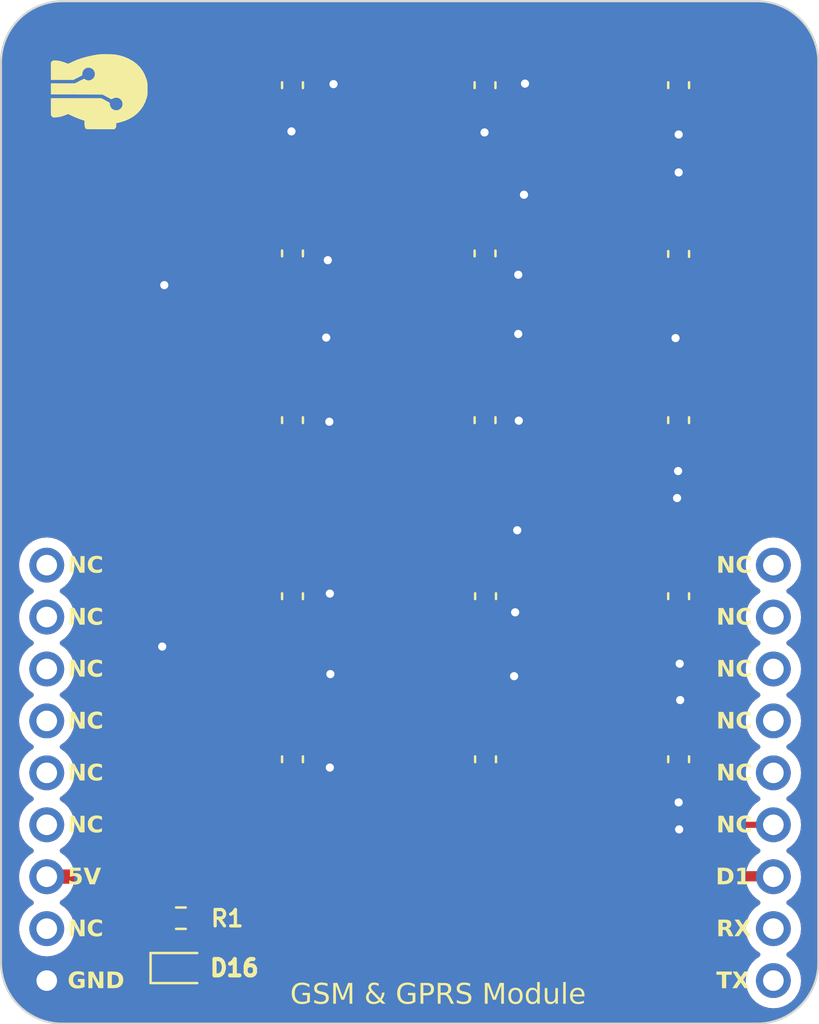
<source format=kicad_pcb>
(kicad_pcb (version 20221018) (generator pcbnew)
  (layers (0 "F.Cu" signal) (31 "B.Cu" signal) (34 "B.Paste" user) (35 "F.Paste" user) (36 "B.SilkS" user "B.Silkscreen") (37 "F.SilkS" user "F.Silkscreen") (38 "B.Mask" user) (39 "F.Mask" user) (44 "Edge.Cuts" user))
  (net 0 "")
  (net 1 "+5V")
  (net 2 "GND")
  (net 3 "Net-(D1-DOUT)")
  (net 4 "DIN")
  (net 5 "Net-(D2-DOUT)")
  (net 6 "Net-(D11-DOUT)")
  (net 7 "Net-(D3-DOUT)")
  (net 8 "Net-(D12-DOUT)")
  (net 9 "Net-(D4-DOUT)")
  (net 10 "Net-(D13-DOUT)")
  (net 11 "Net-(D10-DIN)")
  (net 12 "Net-(D14-DOUT)")
  (net 13 "Net-(D10-DOUT)")
  (net 14 "DOUT")
  (net 15 "Net-(D5-DOUT)")
  (net 16 "Net-(D6-DOUT)")
  (net 17 "Net-(D7-DOUT)")
  (net 18 "Net-(D8-DOUT)")
  (net 19 "Net-(D16-A)")
  (footprint "Capacitor_SMD:C_0603_1608Metric" (layer "F.Cu") (at 123.8504 74.168 -90)
    (fp_text reference "C1" hide)
    (fp_text value "0.1uF" hide)
    (pad "1" smd roundrect (at -0.775 0 270) (size 0.9 0.95) (layers "F.Cu" "F.Paste" "F.Mask") (net 1 "+5V"))
    (pad "2" smd roundrect (at 0.775 0 270) (size 0.9 0.95) (layers "F.Cu" "F.Paste" "F.Mask") (net 2 "GND"))
  )
  (footprint "LED_SMD:LED_WS2812B_PLCC4_5.0x5.0mm_P3.2mm" (layer "F.Cu") (at 110.617 51.054 -90)
    (fp_text reference "D11" hide)
    (fp_text value "WS2812B" hide)
    (pad "1" smd rect (at -2.45 -1.65 270) (size 1.5 0.9) (layers "F.Cu" "F.Paste" "F.Mask") (net 1 "+5V"))
    (pad "2" smd rect (at -2.45 1.65 270) (size 1.5 0.9) (layers "F.Cu" "F.Paste" "F.Mask") (net 6 "Net-(D11-DOUT)"))
    (pad "3" smd rect (at 2.45 1.65 270) (size 1.5 0.9) (layers "F.Cu" "F.Paste" "F.Mask") (net 2 "GND"))
    (pad "4" smd rect (at 2.45 -1.65 270) (size 1.5 0.9) (layers "F.Cu" "F.Paste" "F.Mask") (net 13 "Net-(D10-DOUT)"))
  )
  (footprint "Resistor_SMD:R_0603_1608Metric" (layer "F.Cu") (at 99.4918 81.9404)
    (fp_text reference "R1" (at 2.265571 0.013379) (layer "F.SilkS") (effects (font (size 0.8 0.8) (thickness 0.16) bold)))
    (fp_text value "470r" hide)
    (pad "1" smd roundrect (at -0.825 0) (size 0.8 0.95) (layers "F.Cu" "F.Paste" "F.Mask") (net 1 "+5V"))
    (pad "2" smd roundrect (at 0.825 0) (size 0.8 0.95) (layers "F.Cu" "F.Paste" "F.Mask") (net 19 "Net-(D16-A)"))
  )
  (footprint "Capacitor_SMD:C_0603_1608Metric" (layer "F.Cu") (at 123.8504 66.1924 -90)
    (fp_text reference "C6" hide)
    (fp_text value "0.1uF" hide)
    (pad "1" smd roundrect (at -0.775 0 270) (size 0.9 0.95) (layers "F.Cu" "F.Paste" "F.Mask") (net 1 "+5V"))
    (pad "2" smd roundrect (at 0.775 0 270) (size 0.9 0.95) (layers "F.Cu" "F.Paste" "F.Mask") (net 2 "GND"))
  )
  (footprint "LED_SMD:LED_0603_1608Metric" (layer "F.Cu") (at 99.4918 84.3788)
    (fp_text reference "D16" (at 2.6162 -0.001484) (layer "F.SilkS") (effects (font (size 0.8 0.8) (thickness 0.2) bold)))
    (fp_text value "LED" hide)
    (pad "1" smd roundrect (at -0.7875 0) (size 0.875 0.95) (layers "F.Cu" "F.Paste" "F.Mask") (net 2 "GND"))
    (pad "2" smd roundrect (at 0.7875 0) (size 0.875 0.95) (layers "F.Cu" "F.Paste" "F.Mask") (net 19 "Net-(D16-A)"))
  )
  (footprint "Capacitor_SMD:C_0603_1608Metric" (layer "F.Cu") (at 104.9528 49.4284 -90)
    (fp_text reference "C10" hide)
    (fp_text value "0.1uF" hide)
    (pad "1" smd roundrect (at -0.775 0 270) (size 0.9 0.95) (layers "F.Cu" "F.Paste" "F.Mask") (net 1 "+5V"))
    (pad "2" smd roundrect (at 0.775 0 270) (size 0.9 0.95) (layers "F.Cu" "F.Paste" "F.Mask") (net 2 "GND"))
  )
  (footprint "Capacitor_SMD:C_0603_1608Metric" (layer "F.Cu") (at 114.3762 41.1988 -90)
    (fp_text reference "C14" hide)
    (fp_text value "0.1uF" hide)
    (pad "1" smd roundrect (at -0.775 0 270) (size 0.9 0.95) (layers "F.Cu" "F.Paste" "F.Mask") (net 1 "+5V"))
    (pad "2" smd roundrect (at 0.775 0 270) (size 0.9 0.95) (layers "F.Cu" "F.Paste" "F.Mask") (net 2 "GND"))
  )
  (footprint "Capacitor_SMD:C_0603_1608Metric" (layer "F.Cu") (at 114.3762 49.4284 -90)
    (fp_text reference "C11" hide)
    (fp_text value "0.1uF" hide)
    (pad "1" smd roundrect (at -0.775 0 270) (size 0.9 0.95) (layers "F.Cu" "F.Paste" "F.Mask") (net 1 "+5V"))
    (pad "2" smd roundrect (at 0.775 0 270) (size 0.9 0.95) (layers "F.Cu" "F.Paste" "F.Mask") (net 2 "GND"))
  )
  (footprint "Capacitor_SMD:C_0603_1608Metric" (layer "F.Cu") (at 114.4016 66.1924 -90)
    (fp_text reference "C5" hide)
    (fp_text value "0.1uF" hide)
    (pad "1" smd roundrect (at -0.775 0 270) (size 0.9 0.95) (layers "F.Cu" "F.Paste" "F.Mask") (net 1 "+5V"))
    (pad "2" smd roundrect (at 0.775 0 270) (size 0.9 0.95) (layers "F.Cu" "F.Paste" "F.Mask") (net 2 "GND"))
  )
  (footprint "Capacitor_SMD:C_0603_1608Metric" (layer "F.Cu") (at 104.9528 57.5818 -90)
    (fp_text reference "C9" hide)
    (fp_text value "0.1uF" hide)
    (pad "1" smd roundrect (at -0.775 0 270) (size 0.9 0.95) (layers "F.Cu" "F.Paste" "F.Mask") (net 1 "+5V"))
    (pad "2" smd roundrect (at 0.775 0 270) (size 0.9 0.95) (layers "F.Cu" "F.Paste" "F.Mask") (net 2 "GND"))
  )
  (footprint "Capacitor_SMD:C_0603_1608Metric" (layer "F.Cu") (at 104.9528 74.168 -90)
    (fp_text reference "C3" hide)
    (fp_text value "0.1uF" hide)
    (pad "1" smd roundrect (at -0.775 0 270) (size 0.9 0.95) (layers "F.Cu" "F.Paste" "F.Mask") (net 1 "+5V"))
    (pad "2" smd roundrect (at 0.775 0 270) (size 0.9 0.95) (layers "F.Cu" "F.Paste" "F.Mask") (net 2 "GND"))
  )
  (footprint "LED_SMD:LED_WS2812B_PLCC4_5.0x5.0mm_P3.2mm" (layer "F.Cu") (at 101.219 42.799 -90)
    (fp_text reference "D15" hide)
    (fp_text value "WS2812B" hide)
    (pad "1" smd rect (at -2.45 -1.65 270) (size 1.5 0.9) (layers "F.Cu" "F.Paste" "F.Mask") (net 1 "+5V"))
    (pad "2" smd rect (at -2.45 1.65 270) (size 1.5 0.9) (layers "F.Cu" "F.Paste" "F.Mask") (net 14 "DOUT"))
    (pad "3" smd rect (at 2.45 1.65 270) (size 1.5 0.9) (layers "F.Cu" "F.Paste" "F.Mask") (net 2 "GND"))
    (pad "4" smd rect (at 2.45 -1.65 270) (size 1.5 0.9) (layers "F.Cu" "F.Paste" "F.Mask") (net 12 "Net-(D14-DOUT)"))
  )
  (footprint "LED_SMD:LED_WS2812B_PLCC4_5.0x5.0mm_P3.2mm" (layer "F.Cu") (at 119.9896 75.8952 -90)
    (fp_text reference "D1" hide)
    (fp_text value "WS2812B" hide)
    (pad "1" smd rect (at -2.45 -1.65 270) (size 1.5 0.9) (layers "F.Cu" "F.Paste" "F.Mask") (net 1 "+5V"))
    (pad "2" smd rect (at -2.45 1.65 270) (size 1.5 0.9) (layers "F.Cu" "F.Paste" "F.Mask") (net 3 "Net-(D1-DOUT)"))
    (pad "3" smd rect (at 2.45 1.65 270) (size 1.5 0.9) (layers "F.Cu" "F.Paste" "F.Mask") (net 2 "GND"))
    (pad "4" smd rect (at 2.45 -1.65 270) (size 1.5 0.9) (layers "F.Cu" "F.Paste" "F.Mask") (net 4 "DIN"))
  )
  (footprint "Capacitor_SMD:C_0603_1608Metric" (layer "F.Cu") (at 104.9528 41.1988 -90)
    (fp_text reference "C15" hide)
    (fp_text value "0.1uF" hide)
    (pad "1" smd roundrect (at -0.775 0 270) (size 0.9 0.95) (layers "F.Cu" "F.Paste" "F.Mask") (net 1 "+5V"))
    (pad "2" smd roundrect (at 0.775 0 270) (size 0.9 0.95) (layers "F.Cu" "F.Paste" "F.Mask") (net 2 "GND"))
  )
  (footprint "LED_SMD:LED_WS2812B_PLCC4_5.0x5.0mm_P3.2mm" (layer "F.Cu") (at 110.617 59.3344 -90)
    (fp_text reference "D8" hide)
    (fp_text value "WS2812B" hide)
    (pad "1" smd rect (at -2.45 -1.65 270) (size 1.5 0.9) (layers "F.Cu" "F.Paste" "F.Mask") (net 1 "+5V"))
    (pad "2" smd rect (at -2.45 1.65 270) (size 1.5 0.9) (layers "F.Cu" "F.Paste" "F.Mask") (net 18 "Net-(D8-DOUT)"))
    (pad "3" smd rect (at 2.45 1.65 270) (size 1.5 0.9) (layers "F.Cu" "F.Paste" "F.Mask") (net 2 "GND"))
    (pad "4" smd rect (at 2.45 -1.65 270) (size 1.5 0.9) (layers "F.Cu" "F.Paste" "F.Mask") (net 17 "Net-(D7-DOUT)"))
  )
  (footprint "Capacitor_SMD:C_0603_1608Metric" (layer "F.Cu") (at 114.3762 57.5818 -90)
    (fp_text reference "C8" hide)
    (fp_text value "0.1uF" hide)
    (pad "1" smd roundrect (at -0.775 0 270) (size 0.9 0.95) (layers "F.Cu" "F.Paste" "F.Mask") (net 1 "+5V"))
    (pad "2" smd roundrect (at 0.775 0 270) (size 0.9 0.95) (layers "F.Cu" "F.Paste" "F.Mask") (net 2 "GND"))
  )
  (footprint "Capacitor_SMD:C_0603_1608Metric" (layer "F.Cu") (at 104.9528 66.1924 -90)
    (fp_text reference "C4" hide)
    (fp_text value "0.1uF" hide)
    (pad "1" smd roundrect (at -0.775 0 270) (size 0.9 0.95) (layers "F.Cu" "F.Paste" "F.Mask") (net 1 "+5V"))
    (pad "2" smd roundrect (at 0.775 0 270) (size 0.9 0.95) (layers "F.Cu" "F.Paste" "F.Mask") (net 2 "GND"))
  )
  (footprint "air_module:air__module" (layer "F.Cu") (at 111.887 81.153)
    (fp_text reference "U2" hide)
    (fp_text value "~")
    (fp_text user "GSM & GPRS Module" (at -7.05088 5.14112 unlocked) (layer "F.SilkS") (effects (font (thickness 0.1)) (justify left bottom)))
    (fp_text user "NC" (at 13.805754 -10.892478 unlocked) (layer "F.SilkS") (effects (font (size 0.8 0.8) (thickness 0.2) bold) (justify left bottom)))
    (fp_text user "NC" (at -17.944246 -8.352478 unlocked) (layer "F.SilkS") (effects (font (size 0.8 0.8) (thickness 0.2) bold) (justify left bottom)))
    (fp_text user "NC" (at 13.805754 -5.812478 unlocked) (layer "F.SilkS") (effects (font (size 0.8 0.8) (thickness 0.2) bold) (justify left bottom)))
    (fp_text user "RX" (at 13.805754 1.807522 unlocked) (layer "F.SilkS") (effects (font (size 0.8 0.8) (thickness 0.2) bold) (justify left bottom)))
    (fp_text user "NC" (at -17.944246 -5.812478 unlocked) (layer "F.SilkS") (effects (font (size 0.8 0.8) (thickness 0.2) bold) (justify left bottom)))
    (fp_text user "NC" (at 13.805754 -13.432478 unlocked) (layer "F.SilkS") (effects (font (size 0.8 0.8) (thickness 0.2) bold) (justify left bottom)))
    (fp_text user "D1" (at 13.77712 -0.732478 unlocked) (layer "F.SilkS") (effects (font (size 0.8 0.8) (thickness 0.2) bold) (justify left bottom)))
    (fp_text user "TX" (at 13.805754 4.347522 unlocked) (layer "F.SilkS") (effects (font (size 0.8 0.8) (thickness 0.2) bold) (justify left bottom)))
    (fp_text user "NC" (at -17.944246 1.807522 unlocked) (layer "F.SilkS") (effects (font (size 0.8 0.8) (thickness 0.2) bold) (justify left bottom)))
    (fp_text user "NC" (at -17.944246 -10.892478 unlocked) (layer "F.SilkS") (effects (font (size 0.8 0.8) (thickness 0.2) bold) (justify left bottom)))
    (fp_text user "NC" (at -17.944246 -13.432478 unlocked) (layer "F.SilkS") (effects (font (size 0.8 0.8) (thickness 0.2) bold) (justify left bottom)))
    (fp_text user "NC" (at -17.944246 -10.892478 unlocked) (layer "F.SilkS") (effects (font (size 0.8 0.8) (thickness 0.2) bold) (justify left bottom)))
    (fp_text user "NC" (at 13.805754 -8.352478 unlocked) (layer "F.SilkS") (effects (font (size 0.8 0.8) (thickness 0.2) bold) (justify left bottom)))
    (fp_text user "GND" (at -17.944246 4.347522 unlocked) (layer "F.SilkS") (effects (font (size 0.8 0.8) (thickness 0.2) bold) (justify left bottom)))
    (fp_text user "NC" (at -17.944246 -3.272478 unlocked) (layer "F.SilkS") (effects (font (size 0.8 0.8) (thickness 0.2) bold) (justify left bottom)))
    (fp_text user "NC" (at 13.805754 -15.972478 unlocked) (layer "F.SilkS") (effects (font (size 0.8 0.8) (thickness 0.2) bold) (justify left bottom)))
    (fp_text user "NC" (at -17.944246 -13.432478 unlocked) (layer "F.SilkS") (effects (font (size 0.8 0.8) (thickness 0.2) bold) (justify left bottom)))
    (fp_text user "NC" (at 13.805754 -3.272478 unlocked) (layer "F.SilkS") (effects (font (size 0.8 0.8) (thickness 0.2) bold) (justify left bottom)))
    (fp_text user "NC" (at -17.944246 -8.352478 unlocked) (layer "F.SilkS") (effects (font (size 0.8 0.8) (thickness 0.2) bold) (justify left bottom)))
    (fp_text user "5V" (at -17.944246 -0.732478 unlocked) (layer "F.SilkS") (effects (font (size 0.8 0.8) (thickness 0.2) bold) (justify left bottom)))
    (fp_text user "NC" (at -17.944246 -15.972478 unlocked) (layer "F.SilkS") (effects (font (size 0.8 0.8) (thickness 0.2) bold) (justify left bottom)))
    (fp_line (start -21.19868 2.94132) (end -21.19868 -41.05868) (stroke (width 0.1)) (layer "Edge.Cuts"))
    (fp_line (start -18.19868 -44.05868) (end 15.80132 -44.05868) (stroke (width 0.1)) (layer "Edge.Cuts"))
    (fp_line (start 15.80132 5.94132) (end -18.19868 5.94132) (stroke (width 0.1)) (layer "Edge.Cuts"))
    (fp_line (start 18.80132 -41.05868) (end 18.80132 2.94132) (stroke (width 0.1)) (layer "Edge.Cuts"))
    (fp_arc (start -21.19868 -41.05868) (mid -20.32 -43.18) (end -18.19868 -44.05868) (stroke (width 0.1)) (layer "Edge.Cuts"))
    (fp_arc (start -18.19868 5.94132) (mid -20.32 5.06264) (end -21.19868 2.94132) (stroke (width 0.1)) (layer "Edge.Cuts"))
    (fp_arc (start 15.80132 -44.05868) (mid 17.922626 -43.179986) (end 18.80132 -41.05868) (stroke (width 0.1)) (layer "Edge.Cuts"))
    (fp_arc (start 18.80132 2.94132) (mid 17.92264 5.06264) (end 15.80132 5.94132) (stroke (width 0.1)) (layer "Edge.Cuts"))
    (pad "1" thru_hole oval (at -18.960246 -16.480478) (size 1.7 1.7) (drill 1) (layers "*.Cu" "*.Mask"))
    (pad "1" thru_hole oval (at -18.960246 -16.480478) (size 1.7 1.7) (drill 1) (layers "*.Cu" "*.Mask"))
    (pad "2" thru_hole oval (at -18.960246 -13.940478) (size 1.7 1.7) (drill 1) (layers "*.Cu" "*.Mask"))
    (pad "2" thru_hole oval (at -18.960246 -13.940478) (size 1.7 1.7) (drill 1) (layers "*.Cu" "*.Mask"))
    (pad "3" thru_hole oval (at -18.960246 -11.400478) (size 1.7 1.7) (drill 1) (layers "*.Cu" "*.Mask"))
    (pad "3" thru_hole oval (at -18.960246 -11.400478) (size 1.7 1.7) (drill 1) (layers "*.Cu" "*.Mask"))
    (pad "4" thru_hole oval (at -18.960246 -8.860478) (size 1.7 1.7) (drill 1) (layers "*.Cu" "*.Mask"))
    (pad "4" thru_hole oval (at -18.960246 -8.860478) (size 1.7 1.7) (drill 1) (layers "*.Cu" "*.Mask"))
    (pad "5" thru_hole oval (at -18.960246 -6.320478) (size 1.7 1.7) (drill 1) (layers "*.Cu" "*.Mask"))
    (pad "5" thru_hole oval (at -18.960246 -6.320478) (size 1.7 1.7) (drill 1) (layers "*.Cu" "*.Mask"))
    (pad "6" thru_hole oval (at -18.960246 -3.780478) (size 1.7 1.7) (drill 1) (layers "*.Cu" "*.Mask"))
    (pad "6" thru_hole oval (at -18.960246 -3.780478) (size 1.7 1.7) (drill 1) (layers "*.Cu" "*.Mask"))
    (pad "7" thru_hole oval (at -18.960246 -1.240478) (size 1.7 1.7) (drill 1) (layers "*.Cu" "*.Mask") (net 1 "+5V"))
    (pad "7" thru_hole oval (at -18.960246 -1.240478) (size 1.7 1.7) (drill 1) (layers "*.Cu" "*.Mask") (net 1 "+5V"))
    (pad "8" thru_hole oval (at -18.960246 1.299522) (size 1.7 1.7) (drill 1) (layers "*.Cu" "*.Mask"))
    (pad "8" thru_hole oval (at -18.960246 1.299522) (size 1.7 1.7) (drill 1) (layers "*.Cu" "*.Mask"))
    (pad "9" thru_hole oval (at -18.960246 3.839522) (size 1.7 1.7) (drill 1) (layers "*.Cu" "*.Mask") (net 2 "GND"))
    (pad "9" thru_hole oval (at -18.960246 3.839522) (size 1.7 1.7) (drill 1) (layers "*.Cu" "*.Mask") (net 2 "GND"))
    (pad "10" thru_hole oval (at 16.599754 3.839522) (size 1.7 1.7) (drill 1) (layers "*.Cu" "*.Mask"))
    (pad "10" thru_hole oval (at 16.599754 3.839522) (size 1.7 1.7) (drill 1) (layers "*.Cu" "*.Mask"))
    (pad "11" thru_hole oval (at 16.599754 1.299522) (size 1.7 1.7) (drill 1) (layers "*.Cu" "*.Mask"))
    (pad "11" thru_hole oval (at 16.599754 1.299522) (size 1.7 1.7) (drill 1) (layers "*.Cu" "*.Mask"))
    (pad "12" thru_hole oval (at 16.599754 -1.240478) (size 1.7 1.7) (drill 1) (layers "*.Cu" "*.Mask") (net 4 "DIN"))
    (pad "12" thru_hole oval (at 16.599754 -1.240478) (size 1.7 1.7) (drill 1) (layers "*.Cu" "*.Mask") (net 4 "DIN"))
    (pad "13" thru_hole oval (at 16.599754 -3.780478) (size 1.7 1.7) (drill 1) (layers "*.Cu" "*.Mask") (net 14 "DOUT"))
    (pad "13" thru_hole oval (at 16.599754 -3.780478) (size 1.7 1.7) (drill 1) (layers "*.Cu" "*.Mask") (net 14 "DOUT"))
    (pad "14" thru_hole oval (at 16.599754 -6.320478) (size 1.7 1.7) (drill 1) (layers "*.Cu" "*.Mask"))
    (pad "14" thru_hole oval (at 16.599754 -6.320478) (size 1.7 1.7) (drill 1) (layers "*.Cu" "*.Mask"))
    (pad "15" thru_hole oval (at 16.599754 -8.860478) (size 1.7 1.7) (drill 1) (layers "*.Cu" "*.Mask"))
    (pad "15" thru_hole oval (at 16.599754 -8.860478) (size 1.7 1.7) (drill 1) (layers "*.Cu" "*.Mask"))
    (pad "16" thru_hole oval (at 16.599754 -11.400478) (size 1.7 1.7) (drill 1) (layers "*.Cu" "*.Mask"))
    (pad "16" thru_hole oval (at 16.599754 -11.400478) (size 1.7 1.7) (drill 1) (layers "*.Cu" "*.Mask"))
    (pad "17" thru_hole oval (at 16.599754 -13.940478) (size 1.7 1.7) (drill 1) (layers "*.Cu" "*.Mask"))
    (pad "17" thru_hole oval (at 16.599754 -13.940478) (size 1.7 1.7) (drill 1) (layers "*.Cu" "*.Mask"))
    (pad "18" thru_hole oval (at 16.599754 -16.480478) (size 1.7 1.7) (drill 1) (layers "*.Cu" "*.Mask"))
    (pad "18" thru_hole oval (at 16.599754 -16.480478) (size 1.7 1.7) (drill 1) (layers "*.Cu" "*.Mask"))
  )
  (footprint "LED_SMD:LED_WS2812B_PLCC4_5.0x5.0mm_P3.2mm" (layer "F.Cu") (at 120.015 42.799 -90)
    (fp_text reference "D13" hide)
    (fp_text value "WS2812B" hide)
    (pad "1" smd rect (at -2.45 -1.65 270) (size 1.5 0.9) (layers "F.Cu" "F.Paste" "F.Mask") (net 1 "+5V"))
    (pad "2" smd rect (at -2.45 1.65 270) (size 1.5 0.9) (layers "F.Cu" "F.Paste" "F.Mask") (net 10 "Net-(D13-DOUT)"))
    (pad "3" smd rect (at 2.45 1.65 270) (size 1.5 0.9) (layers "F.Cu" "F.Paste" "F.Mask") (net 2 "GND"))
    (pad "4" smd rect (at 2.45 -1.65 270) (size 1.5 0.9) (layers "F.Cu" "F.Paste" "F.Mask") (net 8 "Net-(D12-DOUT)"))
  )
  (footprint "LED_SMD:LED_WS2812B_PLCC4_5.0x5.0mm_P3.2mm" (layer "F.Cu") (at 101.219 75.8952 -90)
    (fp_text reference "D3" hide)
    (fp_text value "WS2812B" hide)
    (pad "1" smd rect (at -2.45 -1.65 270) (size 1.5 0.9) (layers "F.Cu" "F.Paste" "F.Mask") (net 1 "+5V"))
    (pad "2" smd rect (at -2.45 1.65 270) (size 1.5 0.9) (layers "F.Cu" "F.Paste" "F.Mask") (net 7 "Net-(D3-DOUT)"))
    (pad "3" smd rect (at 2.45 1.65 270) (size 1.5 0.9) (layers "F.Cu" "F.Paste" "F.Mask") (net 2 "GND"))
    (pad "4" smd rect (at 2.45 -1.65 270) (size 1.5 0.9) (layers "F.Cu" "F.Paste" "F.Mask") (net 5 "Net-(D2-DOUT)"))
  )
  (footprint "Capacitor_SMD:C_0603_1608Metric" (layer "F.Cu") (at 114.4016 74.168 -90)
    (fp_text reference "C2" hide)
    (fp_text value "0.1uF" hide)
    (pad "1" smd roundrect (at -0.775 0 270) (size 0.9 0.95) (layers "F.Cu" "F.Paste" "F.Mask") (net 1 "+5V"))
    (pad "2" smd roundrect (at 0.775 0 270) (size 0.9 0.95) (layers "F.Cu" "F.Paste" "F.Mask") (net 2 "GND"))
  )
  (footprint "LED_SMD:LED_WS2812B_PLCC4_5.0x5.0mm_P3.2mm" (layer "F.Cu") (at 101.219 59.346 -90)
    (fp_text reference "D9" hide)
    (fp_text value "WS2812B" hide)
    (pad "1" smd rect (at -2.45 -1.65 270) (size 1.5 0.9) (layers "F.Cu" "F.Paste" "F.Mask") (net 1 "+5V"))
    (pad "2" smd rect (at -2.45 1.65 270) (size 1.5 0.9) (layers "F.Cu" "F.Paste" "F.Mask") (net 11 "Net-(D10-DIN)"))
    (pad "3" smd rect (at 2.45 1.65 270) (size 1.5 0.9) (layers "F.Cu" "F.Paste" "F.Mask") (net 2 "GND"))
    (pad "4" smd rect (at 2.45 -1.65 270) (size 1.5 0.9) (layers "F.Cu" "F.Paste" "F.Mask") (net 18 "Net-(D8-DOUT)"))
  )
  (footprint "Capacitor_SMD:C_0603_1608Metric" (layer "F.Cu") (at 123.8504 41.1988 -90)
    (fp_text reference "C13" hide)
    (fp_text value "0.1uF" hide)
    (pad "1" smd roundrect (at -0.775 0 270) (size 0.9 0.95) (layers "F.Cu" "F.Paste" "F.Mask") (net 1 "+5V"))
    (pad "2" smd roundrect (at 0.775 0 270) (size 0.9 0.95) (layers "F.Cu" "F.Paste" "F.Mask") (net 2 "GND"))
  )
  (footprint "LED_SMD:LED_WS2812B_PLCC4_5.0x5.0mm_P3.2mm" (layer "F.Cu") (at 110.617 75.8952 -90)
    (fp_text reference "D2" hide)
    (fp_text value "WS2812B" hide)
    (pad "1" smd rect (at -2.45 -1.65 270) (size 1.5 0.9) (layers "F.Cu" "F.Paste" "F.Mask") (net 1 "+5V"))
    (pad "2" smd rect (at -2.45 1.65 270) (size 1.5 0.9) (layers "F.Cu" "F.Paste" "F.Mask") (net 5 "Net-(D2-DOUT)"))
    (pad "3" smd rect (at 2.45 1.65 270) (size 1.5 0.9) (layers "F.Cu" "F.Paste" "F.Mask") (net 2 "GND"))
    (pad "4" smd rect (at 2.45 -1.65 270) (size 1.5 0.9) (layers "F.Cu" "F.Paste" "F.Mask") (net 3 "Net-(D1-DOUT)"))
  )
  (footprint "LED_SMD:LED_WS2812B_PLCC4_5.0x5.0mm_P3.2mm" (layer "F.Cu") (at 120.015 67.6402 -90)
    (fp_text reference "D6" hide)
    (fp_text value "WS2812B" hide)
    (pad "1" smd rect (at -2.45 -1.65 270) (size 1.5 0.9) (layers "F.Cu" "F.Paste" "F.Mask") (net 1 "+5V"))
    (pad "2" smd rect (at -2.45 1.65 270) (size 1.5 0.9) (layers "F.Cu" "F.Paste" "F.Mask") (net 16 "Net-(D6-DOUT)"))
    (pad "3" smd rect (at 2.45 1.65 270) (size 1.5 0.9) (layers "F.Cu" "F.Paste" "F.Mask") (net 2 "GND"))
    (pad "4" smd rect (at 2.45 -1.65 270) (size 1.5 0.9) (layers "F.Cu" "F.Paste" "F.Mask") (net 15 "Net-(D5-DOUT)"))
  )
  (footprint "LED_SMD:LED_WS2812B_PLCC4_5.0x5.0mm_P3.2mm" (layer "F.Cu") (at 110.617 42.926 -90)
    (fp_text reference "D14" hide)
    (fp_text value "WS2812B" hide)
    (pad "1" smd rect (at -2.45 -1.65 270) (size 1.5 0.9) (layers "F.Cu" "F.Paste" "F.Mask") (net 1 "+5V"))
    (pad "2" smd rect (at -2.45 1.65 270) (size 1.5 0.9) (layers "F.Cu" "F.Paste" "F.Mask") (net 12 "Net-(D14-DOUT)"))
    (pad "3" smd rect (at 2.45 1.65 270) (size 1.5 0.9) (layers "F.Cu" "F.Paste" "F.Mask") (net 2 "GND"))
    (pad "4" smd rect (at 2.45 -1.65 270) (size 1.5 0.9) (layers "F.Cu" "F.Paste" "F.Mask") (net 10 "Net-(D13-DOUT)"))
  )
  (footprint "LED_SMD:LED_WS2812B_PLCC4_5.0x5.0mm_P3.2mm" (layer "F.Cu") (at 120.015 59.3344 -90)
    (fp_text reference "D7" hide)
    (fp_text value "WS2812B" hide)
    (pad "1" smd rect (at -2.45 -1.65 270) (size 1.5 0.9) (layers "F.Cu" "F.Paste" "F.Mask") (net 1 "+5V"))
    (pad "2" smd rect (at -2.45 1.65 270) (size 1.5 0.9) (layers "F.Cu" "F.Paste" "F.Mask") (net 17 "Net-(D7-DOUT)"))
    (pad "3" smd rect (at 2.45 1.65 270) (size 1.5 0.9) (layers "F.Cu" "F.Paste" "F.Mask") (net 2 "GND"))
    (pad "4" smd rect (at 2.45 -1.65 270) (size 1.5 0.9) (layers "F.Cu" "F.Paste" "F.Mask") (net 16 "Net-(D6-DOUT)"))
  )
  (footprint "Capacitor_SMD:C_0603_1608Metric" (layer "F.Cu") (at 123.8504 57.5818 -90)
    (fp_text reference "C7" hide)
    (fp_text value "0.1uF" hide)
    (pad "1" smd roundrect (at -0.775 0 270) (size 0.9 0.95) (layers "F.Cu" "F.Paste" "F.Mask") (net 1 "+5V"))
    (pad "2" smd roundrect (at 0.775 0 270) (size 0.9 0.95) (layers "F.Cu" "F.Paste" "F.Mask") (net 2 "GND"))
  )
  (footprint "LED_SMD:LED_WS2812B_PLCC4_5.0x5.0mm_P3.2mm" (layer "F.Cu") (at 120.015 51.0794 -90)
    (fp_text reference "D12" hide)
    (fp_text value "WS2812B" hide)
    (pad "1" smd rect (at -2.45 -1.65 270) (size 1.5 0.9) (layers "F.Cu" "F.Paste" "F.Mask") (net 1 "+5V"))
    (pad "2" smd rect (at -2.45 1.65 270) (size 1.5 0.9) (layers "F.Cu" "F.Paste" "F.Mask") (net 8 "Net-(D12-DOUT)"))
    (pad "3" smd rect (at 2.45 1.65 270) (size 1.5 0.9) (layers "F.Cu" "F.Paste" "F.Mask") (net 2 "GND"))
    (pad "4" smd rect (at 2.45 -1.65 270) (size 1.5 0.9) (layers "F.Cu" "F.Paste" "F.Mask") (net 6 "Net-(D11-DOUT)"))
  )
  (footprint "LED_SMD:LED_WS2812B_PLCC4_5.0x5.0mm_P3.2mm" (layer "F.Cu") (at 101.219 51.0794 -90)
    (fp_text reference "D10" hide)
    (fp_text value "WS2812B" hide)
    (pad "1" smd rect (at -2.45 -1.65 270) (size 1.5 0.9) (layers "F.Cu" "F.Paste" "F.Mask") (net 1 "+5V"))
    (pad "2" smd rect (at -2.45 1.65 270) (size 1.5 0.9) (layers "F.Cu" "F.Paste" "F.Mask") (net 13 "Net-(D10-DOUT)"))
    (pad "3" smd rect (at 2.45 1.65 270) (size 1.5 0.9) (layers "F.Cu" "F.Paste" "F.Mask") (net 2 "GND"))
    (pad "4" smd rect (at 2.45 -1.65 270) (size 1.5 0.9) (layers "F.Cu" "F.Paste" "F.Mask") (net 11 "Net-(D10-DIN)"))
  )
  (footprint "LED_SMD:LED_WS2812B_PLCC4_5.0x5.0mm_P3.2mm" (layer "F.Cu") (at 101.218 67.6264 -90)
    (fp_text reference "D4" hide)
    (fp_text value "WS2812B" hide)
    (pad "1" smd rect (at -2.45 -1.65 270) (size 1.5 0.9) (layers "F.Cu" "F.Paste" "F.Mask") (net 1 "+5V"))
    (pad "2" smd rect (at -2.45 1.65 270) (size 1.5 0.9) (layers "F.Cu" "F.Paste" "F.Mask") (net 9 "Net-(D4-DOUT)"))
    (pad "3" smd rect (at 2.45 1.65 270) (size 1.5 0.9) (layers "F.Cu" "F.Paste" "F.Mask") (net 2 "GND"))
    (pad "4" smd rect (at 2.45 -1.65 270) (size 1.5 0.9) (layers "F.Cu" "F.Paste" "F.Mask") (net 7 "Net-(D3-DOUT)"))
  )
  (footprint "LED_SMD:LED_WS2812B_PLCC4_5.0x5.0mm_P3.2mm" (layer "F.Cu") (at 110.617 67.6402 -90)
    (fp_text reference "D5" hide)
    (fp_text value "WS2812B" hide)
    (pad "1" smd rect (at -2.45 -1.65 270) (size 1.5 0.9) (layers "F.Cu" "F.Paste" "F.Mask") (net 1 "+5V"))
    (pad "2" smd rect (at -2.45 1.65 270) (size 1.5 0.9) (layers "F.Cu" "F.Paste" "F.Mask") (net 15 "Net-(D5-DOUT)"))
    (pad "3" smd rect (at 2.45 1.65 270) (size 1.5 0.9) (layers "F.Cu" "F.Paste" "F.Mask") (net 2 "GND"))
    (pad "4" smd rect (at 2.45 -1.65 270) (size 1.5 0.9) (layers "F.Cu" "F.Paste" "F.Mask") (net 9 "Net-(D4-DOUT)"))
  )
  (footprint "Capacitor_SMD:C_0603_1608Metric" (layer "F.Cu") (at 123.8504 49.4538 -90)
    (fp_text reference "C12" hide)
    (fp_text value "0.1uF" hide)
    (pad "1" smd roundrect (at -0.775 0 270) (size 0.9 0.95) (layers "F.Cu" "F.Paste" "F.Mask") (net 1 "+5V"))
    (pad "2" smd roundrect (at 0.775 0 270) (size 0.9 0.95) (layers "F.Cu" "F.Paste" "F.Mask") (net 2 "GND"))
  )
  (segment (start 115.3668 38.6334) (end 121.0564 38.6334) (width 0.7) (layer "F.Cu") (net 1))
  (segment (start 114.324 56.859) (end 114.3762 56.8068) (width 0.7) (layer "F.Cu") (net 1))
  (segment (start 96.8502 45.847) (end 102.3482 40.349) (width 0.7) (layer "F.Cu") (net 1))
  (segment (start 96.8502 80.645) (end 98.1456 81.9404) (width 0.7) (layer "F.Cu") (net 1))
  (segment (start 114.3494 73.4452) (end 114.4016 73.393) (width 0.7) (layer "F.Cu") (net 1))
  (segment (start 112.267 39.2694) (end 112.267 40.476) (width 0.7) (layer "F.Cu") (net 1))
  (segment (start 96.8502 79.43947) (end 96.8502 76.327) (width 0.7) (layer "F.Cu") (net 1))
  (segment (start 112.267 47.5986) (end 112.267 48.604) (width 0.7) (layer "F.Cu") (net 1))
  (segment (start 104.9528 40.4238) (end 104.9528 39.7256) (width 0.7) (layer "F.Cu") (net 1))
  (segment (start 106.0704 71.8312) (end 111.506 71.8312) (width 0.7) (layer "F.Cu") (net 1))
  (segment (start 120.8786 55.2196) (end 121.665 56.006) (width 0.7) (layer "F.Cu") (net 1))
  (segment (start 104.9528 39.7256) (end 105.8672 38.8112) (width 0.7) (layer "F.Cu") (net 1))
  (segment (start 104.878 56.732) (end 104.9528 56.8068) (width 0.7) (layer "F.Cu") (net 1))
  (segment (start 114.3268 48.604) (end 114.3762 48.6534) (width 0.7) (layer "F.Cu") (net 1))
  (segment (start 106.54 55.2196) (end 111.7346 55.2196) (width 0.7) (layer "F.Cu") (net 1))
  (segment (start 121.665 56.732) (end 123.7756 56.732) (width 0.7) (layer "F.Cu") (net 1))
  (segment (start 96.8502 47.9806) (end 96.8502 46.99) (width 0.7) (layer "F.Cu") (net 1))
  (segment (start 105.6132 63.7286) (end 111.7092 63.7286) (width 0.7) (layer "F.Cu") (net 1))
  (segment (start 112.268 39.2684) (end 112.267 39.2694) (width 0.7) (layer "F.Cu") (net 1))
  (segment (start 102.2858 63.7032) (end 102.86 64.2774) (width 0.7) (layer "F.Cu") (net 1))
  (segment (start 102.869 47.5478) (end 102.869 48.6294) (width 0.7) (layer "F.Cu") (net 1))
  (segment (start 105.8672 38.8112) (end 111.8108 38.8112) (width 0.7) (layer "F.Cu") (net 1))
  (segment (start 96.8502 79.43947) (end 96.8502 80.645) (width 0.7) (layer "F.Cu") (net 1))
  (segment (start 121.665 49.3786) (end 121.665 48.6294) (width 0.7) (layer "F.Cu") (net 1))
  (segment (start 114.4016 72.7075) (end 115.2525 71.8566) (width 0.7) (layer "F.Cu") (net 1))
  (segment (start 96.8502 65.1764) (end 96.8502 59.1566) (width 0.7) (layer "F.Cu") (net 1))
  (segment (start 112.28 65.4304) (end 114.3886 65.4304) (width 0.7) (layer "F.Cu") (net 1))
  (segment (start 117.8546 67.1576) (end 120.7192 67.1576) (width 0.7) (layer "F.Cu") (net 1))
  (segment (start 116.0918 48.6534) (end 117.8574 50.419) (width 0.7) (layer "F.Cu") (net 1))
  (segment (start 102.235 46.9138) (end 102.869 47.5478) (width 0.7) (layer "F.Cu") (net 1))
  (segment (start 97.8662 59.5122) (end 99.5426 59.5122) (width 0.7) (layer "F.Cu") (net 1))
  (segment (start 121.665 39.242) (end 121.665 40.349) (width 0.7) (layer "F.Cu") (net 1))
  (segment (start 121.665 48.6294) (end 123.801 48.6294) (width 0.7) (layer "F.Cu") (net 1))
  (segment (start 102.3228 56.732) (end 104.878 56.732) (width 0.7) (layer "F.Cu") (net 1))
  (segment (start 112.3442 56.7818) (end 112.267 56.859) (width 0.7) (layer "F.Cu") (net 1))
  (segment (start 102.3412 73.4452) (end 104.9006 73.4452) (width 0.7) (layer "F.Cu") (net 1))
  (segment (start 114.4016 73.393) (end 114.4016 72.7075) (width 0.7) (layer "F.Cu") (net 1))
  (segment (start 111.506 71.8312) (end 112.267 72.5922) (width 0.7) (layer "F.Cu") (net 1))
  (segment (start 102.86 65.4558) (end 104.9144 65.4558) (width 0.7) (layer "F.Cu") (net 1))
  (segment (start 112.267 40.476) (end 114.324 40.476) (width 0.7) (layer "F.Cu") (net 1))
  (segment (start 114.3762 39.624) (end 115.3668 38.6334) (width 0.7) (layer "F.Cu") (net 1))
  (segment (start 104.878 40.349) (end 104.9528 40.4238) (width 0.7) (layer "F.Cu") (net 1))
  (segment (start 96.8502 46.99) (end 96.9264 46.9138) (width 0.7) (layer "F.Cu") (net 1))
  (segment (start 105.8418 46.99) (end 111.6584 46.99) (width 0.7) (layer "F.Cu") (net 1))
  (segment (start 116.1144 65.4174) (end 117.8546 67.1576) (width 0.7) (layer "F.Cu") (net 1))
  (segment (start 112.28 64.2994) (end 112.28 65.4304) (width 0.7) (layer "F.Cu") (net 1))
  (segment (start 92.893264 79.889835) (end 92.909992 79.906563) (width 0.7) (layer "F.Cu") (net 1))
  (segment (start 114.4016 65.4174) (end 116.1144 65.4174) (width 0.7) (layer "F.Cu") (net 1))
  (segment (start 121.665 56.006) (end 121.665 56.732) (width 0.7) (layer "F.Cu") (net 1))
  (segment (start 96.8502 60.5282) (end 97.8662 59.5122) (width 0.7) (layer "F.Cu") (net 1))
  (segment (start 121.0056 71.8566) (end 121.6396 72.4906) (width 0.7) (layer "F.Cu") (net 1))
  (segment (start 123.7982 73.4452) (end 123.8504 73.393) (width 0.7) (layer "F.Cu") (net 1))
  (segment (start 102.86 64.2774) (end 102.86 65.4558) (width 0.7) (layer "F.Cu") (net 1))
  (segment (start 121.6396 73.4452) (end 123.7982 73.4452) (width 0.7) (layer "F.Cu") (net 1))
  (segment (start 121.665 40.349) (end 123.7756 40.349) (width 0.7) (layer "F.Cu") (net 1))
  (segment (start 104.9528 56.8068) (end 106.54 55.2196) (width 0.7) (layer "F.Cu") (net 1))
  (segment (start 99.5426 59.5122) (end 102.3228 56.732) (width 0.7) (layer "F.Cu") (net 1))
  (segment (start 112.267 48.604) (end 114.3268 48.604) (width 0.7) (layer "F.Cu") (net 1))
  (segment (start 104.9528 48.6534) (end 104.9528 47.879) (width 0.7) (layer "F.Cu") (net 1))
  (segment (start 123.7756 40.349) (end 123.8504 40.4238) (width 0.7) (layer "F.Cu") (net 1))
  (segment (start 111.6584 46.99) (end 112.267 47.5986) (width 0.7) (layer "F.Cu") (net 1))
  (segment (start 98.1202 63.7032) (end 102.2858 63.7032) (width 0.7) (layer "F.Cu") (net 1))
  (segment (start 114.3762 40.4238) (end 114.3762 39.624) (width 0.7) (layer "F.Cu") (net 1))
  (segment (start 102.869 48.6294) (end 104.9288 48.6294) (width 0.7) (layer "F.Cu") (net 1))
  (segment (start 111.7092 63.7286) (end 112.28 64.2994) (width 0.7) (layer "F.Cu") (net 1))
  (segment (start 99.7134 76.073) (end 102.3412 73.4452) (width 0.7) (layer "F.Cu") (net 1))
  (segment (start 96.9264 46.9138) (end 102.235 46.9138) (width 0.7) (layer "F.Cu") (net 1))
  (segment (start 121.665 66.2118) (end 121.665 65.1902) (width 0.7) (layer "F.Cu") (net 1))
  (segment (start 123.7756 56.732) (end 123.8504 56.8068) (width 0.7) (layer "F.Cu") (net 1))
  (segment (start 104.9528 47.879) (end 105.8418 46.99) (width 0.7) (layer "F.Cu") (net 1))
  (segment (start 123.801 48.6294) (end 123.8504 48.6788) (width 0.7) (layer "F.Cu") (net 1))
  (segment (start 96.8502 47.9806) (end 96.8502 45.847) (width 0.7) (layer "F.Cu") (net 1))
  (segment (start 115.2525 71.8566) (end 121.0056 71.8566) (width 0.7) (layer "F.Cu") (net 1))
  (segment (start 104.9528 64.389) (end 105.6132 63.7286) (width 0.7) (layer "F.Cu") (net 1))
  (segment (start 98.1456 81.9404) (end 98.6668 81.9404) (width 0.7) (layer "F.Cu") (net 1))
  (segment (start 114.3886 65.4304) (end 114.4016 65.4174) (width 0.7) (layer "F.Cu") (net 1))
  (segment (start 104.9006 73.4452) (end 104.9528 73.393) (width 0.7) (layer "F.Cu") (net 1))
  (segment (start 121.0564 38.6334) (end 121.665 39.242) (width 0.7) (layer "F.Cu") (net 1))
  (segment (start 111.7346 55.2196) (end 112.3442 55.8292) (width 0.7) (layer "F.Cu") (net 1))
  (segment (start 112.267 73.4452) (end 114.3494 73.4452) (width 0.7) (layer "F.Cu") (net 1))
  (segment (start 104.9288 48.6294) (end 104.9528 48.6534) (width 0.7) (layer "F.Cu") (net 1))
  (segment (start 121.6396 72.4906) (end 121.6396 73.4452) (width 0.7) (layer "F.Cu") (net 1))
  (segment (start 92.909992 79.906563) (end 96.383107 79.906563) (width 0.7) (layer "F.Cu") (net 1))
  (segment (start 114.324 40.476) (end 114.3762 40.4238) (width 0.7) (layer "F.Cu") (net 1))
  (segment (start 102.3482 40.349) (end 102.869 40.349) (width 0.7) (layer "F.Cu") (net 1))
  (segment (start 114.3762 56.8068) (end 114.3762 55.9816) (width 0.7) (layer "F.Cu") (net 1))
  (segment (start 104.9528 73.393) (end 104.9528 72.9488) (width 0.7) (layer "F.Cu") (net 1))
  (segment (start 97.1042 76.073) (end 99.7134 76.073) (width 0.7) (layer "F.Cu") (net 1))
  (segment (start 102.869 40.349) (end 104.878 40.349) (width 0.7) (layer "F.Cu") (net 1))
  (segment (start 96.383107 79.906563) (end 96.8502 79.43947) (width 0.7) (layer "F.Cu") (net 1))
  (segment (start 117.8574 50.419) (end 120.6246 50.419) (width 0.7) (layer "F.Cu") (net 1))
  (segment (start 112.3442 55.8292) (end 112.3442 56.7818) (width 0.7) (layer "F.Cu") (net 1))
  (segment (start 114.3762 48.6534) (end 116.0918 48.6534) (width 0.7) (layer "F.Cu") (net 1))
  (segment (start 96.8502 62.1538) (end 96.8502 60.5282) (width 0.7) (layer "F.Cu") (net 1))
  (segment (start 123.6232 65.1902) (end 123.8504 65.4174) (width 0.7) (layer "F.Cu") (net 1))
  (segment (start 115.1382 55.2196) (end 120.8786 55.2196) (width 0.7) (layer "F.Cu") (net 1))
  (segment (start 112.267 72.5922) (end 112.267 73.4452) (width 0.7) (layer "F.Cu") (net 1))
  (segment (start 114.3762 55.9816) (end 115.1382 55.2196) (width 0.7) (layer "F.Cu") (net 1))
  (segment (start 96.8502 64.9732) (end 98.1202 63.7032) (width 0.7) (layer "F.Cu") (net 1))
  (segment (start 111.8108 38.8112) (end 112.268 39.2684) (width 0.7) (layer "F.Cu") (net 1))
  (segment (start 121.665 65.1902) (end 123.6232 65.1902) (width 0.7) (layer "F.Cu") (net 1))
  (segment (start 104.9528 65.4174) (end 104.9528 64.389) (width 0.7) (layer "F.Cu") (net 1))
  (segment (start 96.8502 59.1566) (end 96.8502 47.9806) (width 0.7) (layer "F.Cu") (net 1))
  (segment (start 104.9528 72.9488) (end 106.0704 71.8312) (width 0.7) (layer "F.Cu") (net 1))
  (segment (start 96.8502 65.1764) (end 96.8502 64.9732) (width 0.7) (layer "F.Cu") (net 1))
  (segment (start 120.7192 67.1576) (end 121.665 66.2118) (width 0.7) (layer "F.Cu") (net 1))
  (segment (start 112.267 56.859) (end 114.324 56.859) (width 0.7) (layer "F.Cu") (net 1))
  (segment (start 96.8502 76.327) (end 96.8502 65.1764) (width 0.7) (layer "F.Cu") (net 1))
  (segment (start 104.9144 65.4558) (end 104.9528 65.4174) (width 0.7) (layer "F.Cu") (net 1))
  (segment (start 96.8502 76.327) (end 97.1042 76.073) (width 0.7) (layer "F.Cu") (net 1))
  (segment (start 120.6246 50.419) (end 121.665 49.3786) (width 0.7) (layer "F.Cu") (net 1))
  (via (at 123.8758 77.597) (size 0.8) (drill 0.4) (layers "F.Cu" "B.Cu") (net 2))
  (via (at 116.2812 46.5582) (size 0.8) (drill 0.4) (layers "F.Cu" "B.Cu") (net 2))
  (via (at 106.9594 41.148) (size 0.8) (drill 0.4) (layers "F.Cu" "B.Cu") (net 2))
  (via (at 116.0018 50.4698) (size 0.8) (drill 0.4) (layers "F.Cu" "B.Cu") (net 2))
  (via (at 106.6038 53.5432) (size 0.8) (drill 0.4) (layers "F.Cu" "B.Cu") (net 2))
  (via (at 98.679 50.9778) (size 0.8) (drill 0.4) (layers "F.Cu" "B.Cu") (net 2))
  (via (at 123.8504 76.2762) (size 0.8) (drill 0.4) (layers "F.Cu" "B.Cu") (net 2))
  (via (at 123.7742 61.3918) (size 0.8) (drill 0.4) (layers "F.Cu" "B.Cu") (net 2))
  (via (at 115.7986 70.104) (size 0.8) (drill 0.4) (layers "F.Cu" "B.Cu") (net 2))
  (via (at 123.8504 45.466) (size 0.8) (drill 0.4) (layers "F.Cu" "B.Cu") (net 2))
  (via (at 123.698 53.5686) (size 0.8) (drill 0.4) (layers "F.Cu" "B.Cu") (net 2))
  (via (at 106.68 49.7586) (size 0.8) (drill 0.4) (layers "F.Cu" "B.Cu") (net 2))
  (via (at 116.0272 57.6072) (size 0.8) (drill 0.4) (layers "F.Cu" "B.Cu") (net 2))
  (via (at 106.7562 57.658) (size 0.8) (drill 0.4) (layers "F.Cu" "B.Cu") (net 2))
  (via (at 123.9266 71.2724) (size 0.8) (drill 0.4) (layers "F.Cu" "B.Cu") (net 2))
  (via (at 106.7816 74.5744) (size 0.8) (drill 0.4) (layers "F.Cu" "B.Cu") (net 2))
  (via (at 114.3508 43.5102) (size 0.8) (drill 0.4) (layers "F.Cu" "B.Cu") (net 2))
  (via (at 106.807 70.0024) (size 0.8) (drill 0.4) (layers "F.Cu" "B.Cu") (net 2))
  (via (at 106.7816 66.0654) (size 0.8) (drill 0.4) (layers "F.Cu" "B.Cu") (net 2))
  (via (at 104.902 43.4594) (size 0.8) (drill 0.4) (layers "F.Cu" "B.Cu") (net 2))
  (via (at 115.8494 66.9798) (size 0.8) (drill 0.4) (layers "F.Cu" "B.Cu") (net 2))
  (via (at 98.5774 68.6562) (size 0.8) (drill 0.4) (layers "F.Cu" "B.Cu") (net 2))
  (via (at 115.951 62.9666) (size 0.8) (drill 0.4) (layers "F.Cu" "B.Cu") (net 2))
  (via (at 123.9012 69.4944) (size 0.8) (drill 0.4) (layers "F.Cu" "B.Cu") (net 2))
  (via (at 116.0018 53.3654) (size 0.8) (drill 0.4) (layers "F.Cu" "B.Cu") (net 2))
  (via (at 123.825 60.071) (size 0.8) (drill 0.4) (layers "F.Cu" "B.Cu") (net 2))
  (via (at 116.332 41.1226) (size 0.8) (drill 0.4) (layers "F.Cu" "B.Cu") (net 2))
  (via (at 123.8504 43.6118) (size 0.8) (drill 0.4) (layers "F.Cu" "B.Cu") (net 2))
  (segment (start 115.279 78.396) (end 118.365 75.31) (width 0.3) (layer "F.Cu") (net 3))
  (segment (start 112.267 78.396) (end 115.279 78.396) (width 0.3) (layer "F.Cu") (net 3))
  (segment (start 118.365 75.31) (end 118.365 73.369) (width 0.3) (layer "F.Cu") (net 3))
  (segment (start 122.104635 79.889835) (end 128.450165 79.889835) (width 0.5) (layer "F.Cu") (net 4))
  (segment (start 128.450165 79.889835) (end 128.47 79.87) (width 0.5) (layer "F.Cu") (net 4))
  (segment (start 121.6396 78.2944) (end 121.6396 79.4248) (width 0.5) (layer "F.Cu") (net 4))
  (segment (start 121.665 78.269) (end 121.6396 78.2944) (width 0.5) (layer "F.Cu") (net 4))
  (segment (start 121.6396 79.4248) (end 122.104635 79.889835) (width 0.5) (layer "F.Cu") (net 4))
  (segment (start 108.967 74.9544) (end 108.967 73.4452) (width 0.3) (layer "F.Cu") (net 5))
  (segment (start 102.869 78.3452) (end 105.5762 78.3452) (width 0.3) (layer "F.Cu") (net 5))
  (segment (start 105.5762 78.3452) (end 108.967 74.9544) (width 0.3) (layer "F.Cu") (net 5))
  (segment (start 121.665 52.7548) (end 121.665 53.5294) (width 0.3) (layer "F.Cu") (net 6))
  (segment (start 110.1736 48.604) (end 113.3602 51.7906) (width 0.3) (layer "F.Cu") (net 6))
  (segment (start 113.3602 51.7906) (end 120.7008 51.7906) (width 0.3) (layer "F.Cu") (net 6))
  (segment (start 108.967 48.604) (end 110.1736 48.604) (width 0.3) (layer "F.Cu") (net 6))
  (segment (start 120.7008 51.7906) (end 121.665 52.7548) (width 0.3) (layer "F.Cu") (net 6))
  (segment (start 99.569 73.4452) (end 99.6452 73.369) (width 0.5) (layer "F.Cu") (net 7))
  (segment (start 99.569 72.4906) (end 101.9832 70.0764) (width 0.3) (layer "F.Cu") (net 7))
  (segment (start 99.569 73.4452) (end 99.569 72.4906) (width 0.3) (layer "F.Cu") (net 7))
  (segment (start 101.9832 70.0764) (end 102.868 70.0764) (width 0.3) (layer "F.Cu") (net 7))
  (segment (start 118.365 48.6294) (end 118.365 47.7256) (width 0.3) (layer "F.Cu") (net 8))
  (segment (start 120.8416 45.249) (end 121.665 45.249) (width 0.3) (layer "F.Cu") (net 8))
  (segment (start 118.365 47.7256) (end 120.8416 45.249) (width 0.3) (layer "F.Cu") (net 8))
  (segment (start 99.568 66.4718) (end 101.5238 68.4276) (width 0.3) (layer "F.Cu") (net 9))
  (segment (start 109.8804 68.4276) (end 111.543 70.0902) (width 0.3) (layer "F.Cu") (net 9))
  (segment (start 99.568 65.1764) (end 99.568 66.4718) (width 0.3) (layer "F.Cu") (net 9))
  (segment (start 101.5238 68.4276) (end 109.8804 68.4276) (width 0.3) (layer "F.Cu") (net 9))
  (segment (start 111.543 70.0902) (end 112.267 70.0902) (width 0.3) (layer "F.Cu") (net 9))
  (segment (start 114.8218 45.376) (end 112.267 45.376) (width 0.3) (layer "F.Cu") (net 10))
  (segment (start 118.365 41.8328) (end 114.8218 45.376) (width 0.3) (layer "F.Cu") (net 10))
  (segment (start 118.365 40.349) (end 118.365 41.8328) (width 0.3) (layer "F.Cu") (net 10))
  (segment (start 99.569 55.8536) (end 101.8932 53.5294) (width 0.3) (layer "F.Cu") (net 11))
  (segment (start 99.569 56.896) (end 99.569 55.8536) (width 0.3) (layer "F.Cu") (net 11))
  (segment (start 101.8932 53.5294) (end 102.869 53.5294) (width 0.3) (layer "F.Cu") (net 11))
  (segment (start 108.967 40.476) (end 108.967 42.163) (width 0.3) (layer "F.Cu") (net 12))
  (segment (start 108.967 42.163) (end 105.881 45.249) (width 0.3) (layer "F.Cu") (net 12))
  (segment (start 105.881 45.249) (end 102.869 45.249) (width 0.3) (layer "F.Cu") (net 12))
  (segment (start 101.5238 51.6636) (end 109.5756 51.6636) (width 0.3) (layer "F.Cu") (net 13))
  (segment (start 99.569 49.7088) (end 101.5238 51.6636) (width 0.3) (layer "F.Cu") (net 13))
  (segment (start 99.569 48.6294) (end 99.569 49.7088) (width 0.3) (layer "F.Cu") (net 13))
  (segment (start 111.416 53.504) (end 112.267 53.504) (width 0.3) (layer "F.Cu") (net 13))
  (segment (start 109.5756 51.6636) (end 111.416 53.504) (width 0.3) (layer "F.Cu") (net 13))
  (segment (start 124.079 37.8206) (end 125.6792 39.4208) (width 0.3) (layer "F.Cu") (net 14))
  (segment (start 125.6792 76.4032) (end 126.648522 77.372522) (width 0.3) (layer "F.Cu") (net 14))
  (segment (start 99.569 39.1404) (end 100.8888 37.8206) (width 0.3) (layer "F.Cu") (net 14))
  (segment (start 126.648522 77.372522) (end 128.486754 77.372522) (width 0.3) (layer "F.Cu") (net 14))
  (segment (start 100.8888 37.8206) (end 124.079 37.8206) (width 0.3) (layer "F.Cu") (net 14))
  (segment (start 99.569 40.349) (end 99.569 39.1404) (width 0.3) (layer "F.Cu") (net 14))
  (segment (start 125.6792 39.4208) (end 125.6792 76.4032) (width 0.3) (layer "F.Cu") (net 14))
  (segment (start 121.7168 70.1654) (end 121.6396 70.2426) (width 0.3) (layer "F.Cu") (net 15))
  (segment (start 120.904 68.4276) (end 121.7168 69.2404) (width 0.3) (layer "F.Cu") (net 15))
  (segment (start 113.3348 68.4276) (end 120.904 68.4276) (width 0.3) (layer "F.Cu") (net 15))
  (segment (start 121.7168 69.2404) (end 121.7168 70.1654) (width 0.3) (layer "F.Cu") (net 15))
  (segment (start 108.967 65.1902) (end 110.0974 65.1902) (width 0.3) (layer "F.Cu") (net 15))
  (segment (start 110.0974 65.1902) (end 113.3348 68.4276) (width 0.3) (layer "F.Cu") (net 15))
  (segment (start 118.3396 65.3426) (end 118.3396 63.9816) (width 0.3) (layer "F.Cu") (net 16))
  (segment (start 118.3396 63.9816) (end 120.5368 61.7844) (width 0.3) (layer "F.Cu") (net 16))
  (segment (start 120.5368 61.7844) (end 121.665 61.7844) (width 0.3) (layer "F.Cu") (net 16))
  (segment (start 118.365 56.732) (end 118.365 57.9364) (width 0.3) (layer "F.Cu") (net 17))
  (segment (start 118.365 57.9364) (end 114.517 61.7844) (width 0.3) (layer "F.Cu") (net 17))
  (segment (start 114.517 61.7844) (end 112.2924 61.7844) (width 0.3) (layer "F.Cu") (net 17))
  (segment (start 112.2924 61.7844) (end 112.267 61.759) (width 0.3) (layer "F.Cu") (net 17))
  (segment (start 108.967 56.8844) (end 108.967 58.292) (width 0.3) (layer "F.Cu") (net 18))
  (segment (start 105.463 61.796) (end 102.869 61.796) (width 0.3) (layer "F.Cu") (net 18))
  (segment (start 108.967 58.292) (end 105.463 61.796) (width 0.3) (layer "F.Cu") (net 18))
  (segment (start 100.3168 81.9404) (end 100.3168 84.3413) (width 0.5) (layer "F.Cu") (net 19))
  (segment (start 100.3168 84.3413) (end 100.2793 84.3788) (width 0.5) (layer "F.Cu") (net 19))
  (zone (net 2) (net_name "GND") (layers "F&B.Cu") (connect_pads yes (clearance 0.5)) (min_thickness 0.25) (fill yes (thermal_gap 0.5) (thermal_bridge_width 0.5))
    (polygon (pts (xy 90.6526 37.0332) (xy 130.6322 37.0332) (xy 130.6322 87.0712) (xy 130.6068 87.0966) (xy 90.678 87.0966) (xy 90.6526 87.0712)))
  )
)
</source>
